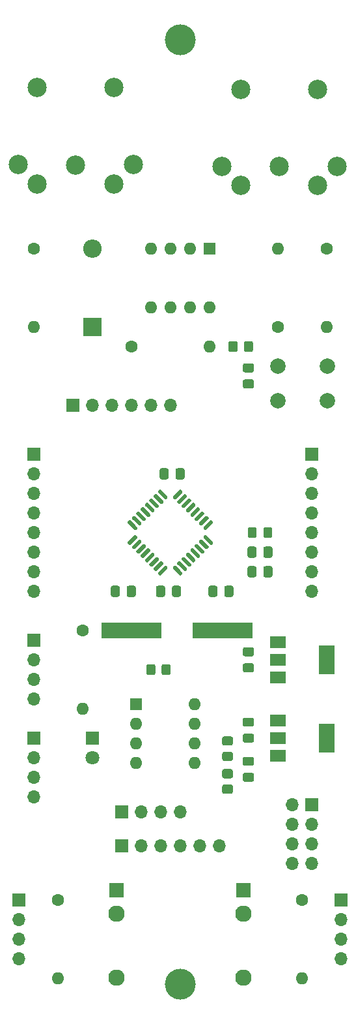
<source format=gbr>
%TF.GenerationSoftware,KiCad,Pcbnew,5.1.8-5.1.8*%
%TF.CreationDate,2020-12-14T22:16:24-06:00*%
%TF.ProjectId,Mini2CV,4d696e69-3243-4562-9e6b-696361645f70,rev?*%
%TF.SameCoordinates,Original*%
%TF.FileFunction,Soldermask,Top*%
%TF.FilePolarity,Negative*%
%FSLAX46Y46*%
G04 Gerber Fmt 4.6, Leading zero omitted, Abs format (unit mm)*
G04 Created by KiCad (PCBNEW 5.1.8-5.1.8) date 2020-12-14 22:16:24*
%MOMM*%
%LPD*%
G01*
G04 APERTURE LIST*
%ADD10C,4.000000*%
%ADD11R,1.800000X1.800000*%
%ADD12C,1.800000*%
%ADD13R,2.400000X2.400000*%
%ADD14O,2.400000X2.400000*%
%ADD15O,1.700000X1.700000*%
%ADD16R,1.700000X1.700000*%
%ADD17C,2.130000*%
%ADD18R,1.930000X1.830000*%
%ADD19C,2.499360*%
%ADD20C,1.600000*%
%ADD21O,1.600000X1.600000*%
%ADD22C,2.000000*%
%ADD23R,2.000000X1.500000*%
%ADD24R,2.000000X3.800000*%
%ADD25R,1.600000X1.600000*%
%ADD26R,7.875000X2.000000*%
G04 APERTURE END LIST*
D10*
%TO.C,REF\u002A\u002A*%
X115600000Y-28800000D03*
%TD*%
%TO.C,REF\u002A\u002A*%
X115600000Y-151300000D03*
%TD*%
%TO.C,C1*%
G36*
G01*
X124935000Y-71940000D02*
X123985000Y-71940000D01*
G75*
G02*
X123735000Y-71690000I0J250000D01*
G01*
X123735000Y-71015000D01*
G75*
G02*
X123985000Y-70765000I250000J0D01*
G01*
X124935000Y-70765000D01*
G75*
G02*
X125185000Y-71015000I0J-250000D01*
G01*
X125185000Y-71690000D01*
G75*
G02*
X124935000Y-71940000I-250000J0D01*
G01*
G37*
G36*
G01*
X124935000Y-74015000D02*
X123985000Y-74015000D01*
G75*
G02*
X123735000Y-73765000I0J250000D01*
G01*
X123735000Y-73090000D01*
G75*
G02*
X123985000Y-72840000I250000J0D01*
G01*
X124935000Y-72840000D01*
G75*
G02*
X125185000Y-73090000I0J-250000D01*
G01*
X125185000Y-73765000D01*
G75*
G02*
X124935000Y-74015000I-250000J0D01*
G01*
G37*
%TD*%
%TO.C,C2*%
G36*
G01*
X109807500Y-99855000D02*
X109807500Y-100805000D01*
G75*
G02*
X109557500Y-101055000I-250000J0D01*
G01*
X108882500Y-101055000D01*
G75*
G02*
X108632500Y-100805000I0J250000D01*
G01*
X108632500Y-99855000D01*
G75*
G02*
X108882500Y-99605000I250000J0D01*
G01*
X109557500Y-99605000D01*
G75*
G02*
X109807500Y-99855000I0J-250000D01*
G01*
G37*
G36*
G01*
X107732500Y-99855000D02*
X107732500Y-100805000D01*
G75*
G02*
X107482500Y-101055000I-250000J0D01*
G01*
X106807500Y-101055000D01*
G75*
G02*
X106557500Y-100805000I0J250000D01*
G01*
X106557500Y-99855000D01*
G75*
G02*
X106807500Y-99605000I250000J0D01*
G01*
X107482500Y-99605000D01*
G75*
G02*
X107732500Y-99855000I0J-250000D01*
G01*
G37*
%TD*%
%TO.C,C3*%
G36*
G01*
X121332500Y-100805000D02*
X121332500Y-99855000D01*
G75*
G02*
X121582500Y-99605000I250000J0D01*
G01*
X122257500Y-99605000D01*
G75*
G02*
X122507500Y-99855000I0J-250000D01*
G01*
X122507500Y-100805000D01*
G75*
G02*
X122257500Y-101055000I-250000J0D01*
G01*
X121582500Y-101055000D01*
G75*
G02*
X121332500Y-100805000I0J250000D01*
G01*
G37*
G36*
G01*
X119257500Y-100805000D02*
X119257500Y-99855000D01*
G75*
G02*
X119507500Y-99605000I250000J0D01*
G01*
X120182500Y-99605000D01*
G75*
G02*
X120432500Y-99855000I0J-250000D01*
G01*
X120432500Y-100805000D01*
G75*
G02*
X120182500Y-101055000I-250000J0D01*
G01*
X119507500Y-101055000D01*
G75*
G02*
X119257500Y-100805000I0J250000D01*
G01*
G37*
%TD*%
%TO.C,C4*%
G36*
G01*
X123985000Y-121797500D02*
X124935000Y-121797500D01*
G75*
G02*
X125185000Y-122047500I0J-250000D01*
G01*
X125185000Y-122722500D01*
G75*
G02*
X124935000Y-122972500I-250000J0D01*
G01*
X123985000Y-122972500D01*
G75*
G02*
X123735000Y-122722500I0J250000D01*
G01*
X123735000Y-122047500D01*
G75*
G02*
X123985000Y-121797500I250000J0D01*
G01*
G37*
G36*
G01*
X123985000Y-123872500D02*
X124935000Y-123872500D01*
G75*
G02*
X125185000Y-124122500I0J-250000D01*
G01*
X125185000Y-124797500D01*
G75*
G02*
X124935000Y-125047500I-250000J0D01*
G01*
X123985000Y-125047500D01*
G75*
G02*
X123735000Y-124797500I0J250000D01*
G01*
X123735000Y-124122500D01*
G75*
G02*
X123985000Y-123872500I250000J0D01*
G01*
G37*
%TD*%
%TO.C,C5*%
G36*
G01*
X124935000Y-117892500D02*
X123985000Y-117892500D01*
G75*
G02*
X123735000Y-117642500I0J250000D01*
G01*
X123735000Y-116967500D01*
G75*
G02*
X123985000Y-116717500I250000J0D01*
G01*
X124935000Y-116717500D01*
G75*
G02*
X125185000Y-116967500I0J-250000D01*
G01*
X125185000Y-117642500D01*
G75*
G02*
X124935000Y-117892500I-250000J0D01*
G01*
G37*
G36*
G01*
X124935000Y-119967500D02*
X123985000Y-119967500D01*
G75*
G02*
X123735000Y-119717500I0J250000D01*
G01*
X123735000Y-119042500D01*
G75*
G02*
X123985000Y-118792500I250000J0D01*
G01*
X124935000Y-118792500D01*
G75*
G02*
X125185000Y-119042500I0J-250000D01*
G01*
X125185000Y-119717500D01*
G75*
G02*
X124935000Y-119967500I-250000J0D01*
G01*
G37*
%TD*%
%TO.C,C6*%
G36*
G01*
X112907500Y-85565000D02*
X112907500Y-84615000D01*
G75*
G02*
X113157500Y-84365000I250000J0D01*
G01*
X113832500Y-84365000D01*
G75*
G02*
X114082500Y-84615000I0J-250000D01*
G01*
X114082500Y-85565000D01*
G75*
G02*
X113832500Y-85815000I-250000J0D01*
G01*
X113157500Y-85815000D01*
G75*
G02*
X112907500Y-85565000I0J250000D01*
G01*
G37*
G36*
G01*
X114982500Y-85565000D02*
X114982500Y-84615000D01*
G75*
G02*
X115232500Y-84365000I250000J0D01*
G01*
X115907500Y-84365000D01*
G75*
G02*
X116157500Y-84615000I0J-250000D01*
G01*
X116157500Y-85565000D01*
G75*
G02*
X115907500Y-85815000I-250000J0D01*
G01*
X115232500Y-85815000D01*
G75*
G02*
X114982500Y-85565000I0J250000D01*
G01*
G37*
%TD*%
%TO.C,C7*%
G36*
G01*
X124935000Y-110845000D02*
X123985000Y-110845000D01*
G75*
G02*
X123735000Y-110595000I0J250000D01*
G01*
X123735000Y-109920000D01*
G75*
G02*
X123985000Y-109670000I250000J0D01*
G01*
X124935000Y-109670000D01*
G75*
G02*
X125185000Y-109920000I0J-250000D01*
G01*
X125185000Y-110595000D01*
G75*
G02*
X124935000Y-110845000I-250000J0D01*
G01*
G37*
G36*
G01*
X124935000Y-108770000D02*
X123985000Y-108770000D01*
G75*
G02*
X123735000Y-108520000I0J250000D01*
G01*
X123735000Y-107845000D01*
G75*
G02*
X123985000Y-107595000I250000J0D01*
G01*
X124935000Y-107595000D01*
G75*
G02*
X125185000Y-107845000I0J-250000D01*
G01*
X125185000Y-108520000D01*
G75*
G02*
X124935000Y-108770000I-250000J0D01*
G01*
G37*
%TD*%
%TO.C,C8*%
G36*
G01*
X113617500Y-99855000D02*
X113617500Y-100805000D01*
G75*
G02*
X113367500Y-101055000I-250000J0D01*
G01*
X112692500Y-101055000D01*
G75*
G02*
X112442500Y-100805000I0J250000D01*
G01*
X112442500Y-99855000D01*
G75*
G02*
X112692500Y-99605000I250000J0D01*
G01*
X113367500Y-99605000D01*
G75*
G02*
X113617500Y-99855000I0J-250000D01*
G01*
G37*
G36*
G01*
X115692500Y-99855000D02*
X115692500Y-100805000D01*
G75*
G02*
X115442500Y-101055000I-250000J0D01*
G01*
X114767500Y-101055000D01*
G75*
G02*
X114517500Y-100805000I0J250000D01*
G01*
X114517500Y-99855000D01*
G75*
G02*
X114767500Y-99605000I250000J0D01*
G01*
X115442500Y-99605000D01*
G75*
G02*
X115692500Y-99855000I0J-250000D01*
G01*
G37*
%TD*%
%TO.C,C9*%
G36*
G01*
X124337500Y-98265000D02*
X124337500Y-97315000D01*
G75*
G02*
X124587500Y-97065000I250000J0D01*
G01*
X125262500Y-97065000D01*
G75*
G02*
X125512500Y-97315000I0J-250000D01*
G01*
X125512500Y-98265000D01*
G75*
G02*
X125262500Y-98515000I-250000J0D01*
G01*
X124587500Y-98515000D01*
G75*
G02*
X124337500Y-98265000I0J250000D01*
G01*
G37*
G36*
G01*
X126412500Y-98265000D02*
X126412500Y-97315000D01*
G75*
G02*
X126662500Y-97065000I250000J0D01*
G01*
X127337500Y-97065000D01*
G75*
G02*
X127587500Y-97315000I0J-250000D01*
G01*
X127587500Y-98265000D01*
G75*
G02*
X127337500Y-98515000I-250000J0D01*
G01*
X126662500Y-98515000D01*
G75*
G02*
X126412500Y-98265000I0J250000D01*
G01*
G37*
%TD*%
%TO.C,C10*%
G36*
G01*
X126412500Y-95725000D02*
X126412500Y-94775000D01*
G75*
G02*
X126662500Y-94525000I250000J0D01*
G01*
X127337500Y-94525000D01*
G75*
G02*
X127587500Y-94775000I0J-250000D01*
G01*
X127587500Y-95725000D01*
G75*
G02*
X127337500Y-95975000I-250000J0D01*
G01*
X126662500Y-95975000D01*
G75*
G02*
X126412500Y-95725000I0J250000D01*
G01*
G37*
G36*
G01*
X124337500Y-95725000D02*
X124337500Y-94775000D01*
G75*
G02*
X124587500Y-94525000I250000J0D01*
G01*
X125262500Y-94525000D01*
G75*
G02*
X125512500Y-94775000I0J-250000D01*
G01*
X125512500Y-95725000D01*
G75*
G02*
X125262500Y-95975000I-250000J0D01*
G01*
X124587500Y-95975000D01*
G75*
G02*
X124337500Y-95725000I0J250000D01*
G01*
G37*
%TD*%
D11*
%TO.C,D1*%
X104140000Y-119380000D03*
D12*
X104140000Y-121920000D03*
%TD*%
D13*
%TO.C,D2*%
X104140000Y-66040000D03*
D14*
X104140000Y-55880000D03*
%TD*%
%TO.C,FB1*%
G36*
G01*
X124375000Y-93160001D02*
X124375000Y-92259999D01*
G75*
G02*
X124624999Y-92010000I249999J0D01*
G01*
X125275001Y-92010000D01*
G75*
G02*
X125525000Y-92259999I0J-249999D01*
G01*
X125525000Y-93160001D01*
G75*
G02*
X125275001Y-93410000I-249999J0D01*
G01*
X124624999Y-93410000D01*
G75*
G02*
X124375000Y-93160001I0J249999D01*
G01*
G37*
G36*
G01*
X126425000Y-93160001D02*
X126425000Y-92259999D01*
G75*
G02*
X126674999Y-92010000I249999J0D01*
G01*
X127325001Y-92010000D01*
G75*
G02*
X127575000Y-92259999I0J-249999D01*
G01*
X127575000Y-93160001D01*
G75*
G02*
X127325001Y-93410000I-249999J0D01*
G01*
X126674999Y-93410000D01*
G75*
G02*
X126425000Y-93160001I0J249999D01*
G01*
G37*
%TD*%
D15*
%TO.C,J1*%
X120650000Y-133350000D03*
X118110000Y-133350000D03*
X115570000Y-133350000D03*
X113030000Y-133350000D03*
X110490000Y-133350000D03*
D16*
X107950000Y-133350000D03*
%TD*%
%TO.C,J3*%
X96520000Y-106680000D03*
D15*
X96520000Y-109220000D03*
X96520000Y-111760000D03*
X96520000Y-114300000D03*
%TD*%
%TO.C,J4*%
X96520000Y-127000000D03*
X96520000Y-124460000D03*
X96520000Y-121920000D03*
D16*
X96520000Y-119380000D03*
%TD*%
%TO.C,J5*%
X96520000Y-82550000D03*
D15*
X96520000Y-85090000D03*
X96520000Y-87630000D03*
X96520000Y-90170000D03*
X96520000Y-92710000D03*
X96520000Y-95250000D03*
X96520000Y-97790000D03*
X96520000Y-100330000D03*
%TD*%
%TO.C,J6*%
X132715000Y-100330000D03*
X132715000Y-97790000D03*
X132715000Y-95250000D03*
X132715000Y-92710000D03*
X132715000Y-90170000D03*
X132715000Y-87630000D03*
X132715000Y-85090000D03*
D16*
X132715000Y-82550000D03*
%TD*%
%TO.C,J7*%
X101600000Y-76200000D03*
D15*
X104140000Y-76200000D03*
X106680000Y-76200000D03*
X109220000Y-76200000D03*
X111760000Y-76200000D03*
X114300000Y-76200000D03*
%TD*%
D16*
%TO.C,J8*%
X107950000Y-128905000D03*
D15*
X110490000Y-128905000D03*
X113030000Y-128905000D03*
X115570000Y-128905000D03*
%TD*%
D17*
%TO.C,J9*%
X123825000Y-150465000D03*
D18*
X123825000Y-139065000D03*
D17*
X123825000Y-142165000D03*
%TD*%
D15*
%TO.C,J10*%
X136525000Y-147955000D03*
X136525000Y-145415000D03*
X136525000Y-142875000D03*
D16*
X136525000Y-140335000D03*
%TD*%
D19*
%TO.C,J11*%
X107001260Y-35002300D03*
X96998740Y-35002300D03*
X106996180Y-47499100D03*
X94501920Y-44997200D03*
X102000000Y-44999740D03*
X97003820Y-47499100D03*
X109498080Y-44997200D03*
%TD*%
D17*
%TO.C,J12*%
X107315000Y-142165000D03*
D18*
X107315000Y-139065000D03*
D17*
X107315000Y-150465000D03*
%TD*%
D16*
%TO.C,J13*%
X94615000Y-140335000D03*
D15*
X94615000Y-142875000D03*
X94615000Y-145415000D03*
X94615000Y-147955000D03*
%TD*%
D19*
%TO.C,J14*%
X135998080Y-45197200D03*
X123503820Y-47699100D03*
X128500000Y-45199740D03*
X121001920Y-45197200D03*
X133496180Y-47699100D03*
X123498740Y-35202300D03*
X133501260Y-35202300D03*
%TD*%
D16*
%TO.C,J15*%
X132715000Y-128000000D03*
D15*
X130175000Y-128000000D03*
X132715000Y-130540000D03*
X130175000Y-130540000D03*
X132715000Y-133080000D03*
X130175000Y-133080000D03*
X132715000Y-135620000D03*
X130175000Y-135620000D03*
%TD*%
D20*
%TO.C,R1*%
X102870000Y-105410000D03*
D21*
X102870000Y-115570000D03*
%TD*%
D20*
%TO.C,R2*%
X131445000Y-140335000D03*
D21*
X131445000Y-150495000D03*
%TD*%
%TO.C,R3*%
G36*
G01*
X114360000Y-110039999D02*
X114360000Y-110940001D01*
G75*
G02*
X114110001Y-111190000I-249999J0D01*
G01*
X113409999Y-111190000D01*
G75*
G02*
X113160000Y-110940001I0J249999D01*
G01*
X113160000Y-110039999D01*
G75*
G02*
X113409999Y-109790000I249999J0D01*
G01*
X114110001Y-109790000D01*
G75*
G02*
X114360000Y-110039999I0J-249999D01*
G01*
G37*
G36*
G01*
X112360000Y-110039999D02*
X112360000Y-110940001D01*
G75*
G02*
X112110001Y-111190000I-249999J0D01*
G01*
X111409999Y-111190000D01*
G75*
G02*
X111160000Y-110940001I0J249999D01*
G01*
X111160000Y-110039999D01*
G75*
G02*
X111409999Y-109790000I249999J0D01*
G01*
X112110001Y-109790000D01*
G75*
G02*
X112360000Y-110039999I0J-249999D01*
G01*
G37*
%TD*%
%TO.C,R4*%
X96520000Y-66040000D03*
D20*
X96520000Y-55880000D03*
%TD*%
%TO.C,R5*%
G36*
G01*
X122200001Y-124600000D02*
X121299999Y-124600000D01*
G75*
G02*
X121050000Y-124350001I0J249999D01*
G01*
X121050000Y-123649999D01*
G75*
G02*
X121299999Y-123400000I249999J0D01*
G01*
X122200001Y-123400000D01*
G75*
G02*
X122450000Y-123649999I0J-249999D01*
G01*
X122450000Y-124350001D01*
G75*
G02*
X122200001Y-124600000I-249999J0D01*
G01*
G37*
G36*
G01*
X122200001Y-126600000D02*
X121299999Y-126600000D01*
G75*
G02*
X121050000Y-126350001I0J249999D01*
G01*
X121050000Y-125649999D01*
G75*
G02*
X121299999Y-125400000I249999J0D01*
G01*
X122200001Y-125400000D01*
G75*
G02*
X122450000Y-125649999I0J-249999D01*
G01*
X122450000Y-126350001D01*
G75*
G02*
X122200001Y-126600000I-249999J0D01*
G01*
G37*
%TD*%
%TO.C,R6*%
G36*
G01*
X122200001Y-122350000D02*
X121299999Y-122350000D01*
G75*
G02*
X121050000Y-122100001I0J249999D01*
G01*
X121050000Y-121399999D01*
G75*
G02*
X121299999Y-121150000I249999J0D01*
G01*
X122200001Y-121150000D01*
G75*
G02*
X122450000Y-121399999I0J-249999D01*
G01*
X122450000Y-122100001D01*
G75*
G02*
X122200001Y-122350000I-249999J0D01*
G01*
G37*
G36*
G01*
X122200001Y-120350000D02*
X121299999Y-120350000D01*
G75*
G02*
X121050000Y-120100001I0J249999D01*
G01*
X121050000Y-119399999D01*
G75*
G02*
X121299999Y-119150000I249999J0D01*
G01*
X122200001Y-119150000D01*
G75*
G02*
X122450000Y-119399999I0J-249999D01*
G01*
X122450000Y-120100001D01*
G75*
G02*
X122200001Y-120350000I-249999J0D01*
G01*
G37*
%TD*%
D21*
%TO.C,R7*%
X99695000Y-150495000D03*
D20*
X99695000Y-140335000D03*
%TD*%
D21*
%TO.C,R8*%
X119380000Y-68580000D03*
D20*
X109220000Y-68580000D03*
%TD*%
%TO.C,R9*%
G36*
G01*
X123860000Y-69030001D02*
X123860000Y-68129999D01*
G75*
G02*
X124109999Y-67880000I249999J0D01*
G01*
X124810001Y-67880000D01*
G75*
G02*
X125060000Y-68129999I0J-249999D01*
G01*
X125060000Y-69030001D01*
G75*
G02*
X124810001Y-69280000I-249999J0D01*
G01*
X124109999Y-69280000D01*
G75*
G02*
X123860000Y-69030001I0J249999D01*
G01*
G37*
G36*
G01*
X121860000Y-69030001D02*
X121860000Y-68129999D01*
G75*
G02*
X122109999Y-67880000I249999J0D01*
G01*
X122810001Y-67880000D01*
G75*
G02*
X123060000Y-68129999I0J-249999D01*
G01*
X123060000Y-69030001D01*
G75*
G02*
X122810001Y-69280000I-249999J0D01*
G01*
X122109999Y-69280000D01*
G75*
G02*
X121860000Y-69030001I0J249999D01*
G01*
G37*
%TD*%
%TO.C,R10*%
X128270000Y-66040000D03*
D21*
X128270000Y-55880000D03*
%TD*%
D20*
%TO.C,R11*%
X134620000Y-55880000D03*
D21*
X134620000Y-66040000D03*
%TD*%
D22*
%TO.C,SW1*%
X128270000Y-75620000D03*
X128270000Y-71120000D03*
X134770000Y-75620000D03*
X134770000Y-71120000D03*
%TD*%
D23*
%TO.C,U1*%
X128320000Y-117080000D03*
X128320000Y-121680000D03*
X128320000Y-119380000D03*
D24*
X134620000Y-119380000D03*
%TD*%
%TO.C,U2*%
G36*
G01*
X115890990Y-98084011D02*
X115714213Y-98260788D01*
G75*
G02*
X115537437Y-98260788I-88388J88388D01*
G01*
X114653554Y-97376905D01*
G75*
G02*
X114653554Y-97200129I88388J88388D01*
G01*
X114830331Y-97023352D01*
G75*
G02*
X115007107Y-97023352I88388J-88388D01*
G01*
X115890990Y-97907235D01*
G75*
G02*
X115890990Y-98084011I-88388J-88388D01*
G01*
G37*
G36*
G01*
X116456675Y-97518325D02*
X116279898Y-97695102D01*
G75*
G02*
X116103122Y-97695102I-88388J88388D01*
G01*
X115219239Y-96811219D01*
G75*
G02*
X115219239Y-96634443I88388J88388D01*
G01*
X115396016Y-96457666D01*
G75*
G02*
X115572792Y-96457666I88388J-88388D01*
G01*
X116456675Y-97341549D01*
G75*
G02*
X116456675Y-97518325I-88388J-88388D01*
G01*
G37*
G36*
G01*
X117022361Y-96952640D02*
X116845584Y-97129417D01*
G75*
G02*
X116668808Y-97129417I-88388J88388D01*
G01*
X115784925Y-96245534D01*
G75*
G02*
X115784925Y-96068758I88388J88388D01*
G01*
X115961702Y-95891981D01*
G75*
G02*
X116138478Y-95891981I88388J-88388D01*
G01*
X117022361Y-96775864D01*
G75*
G02*
X117022361Y-96952640I-88388J-88388D01*
G01*
G37*
G36*
G01*
X117588046Y-96386955D02*
X117411269Y-96563732D01*
G75*
G02*
X117234493Y-96563732I-88388J88388D01*
G01*
X116350610Y-95679849D01*
G75*
G02*
X116350610Y-95503073I88388J88388D01*
G01*
X116527387Y-95326296D01*
G75*
G02*
X116704163Y-95326296I88388J-88388D01*
G01*
X117588046Y-96210179D01*
G75*
G02*
X117588046Y-96386955I-88388J-88388D01*
G01*
G37*
G36*
G01*
X118153732Y-95821269D02*
X117976955Y-95998046D01*
G75*
G02*
X117800179Y-95998046I-88388J88388D01*
G01*
X116916296Y-95114163D01*
G75*
G02*
X116916296Y-94937387I88388J88388D01*
G01*
X117093073Y-94760610D01*
G75*
G02*
X117269849Y-94760610I88388J-88388D01*
G01*
X118153732Y-95644493D01*
G75*
G02*
X118153732Y-95821269I-88388J-88388D01*
G01*
G37*
G36*
G01*
X118719417Y-95255584D02*
X118542640Y-95432361D01*
G75*
G02*
X118365864Y-95432361I-88388J88388D01*
G01*
X117481981Y-94548478D01*
G75*
G02*
X117481981Y-94371702I88388J88388D01*
G01*
X117658758Y-94194925D01*
G75*
G02*
X117835534Y-94194925I88388J-88388D01*
G01*
X118719417Y-95078808D01*
G75*
G02*
X118719417Y-95255584I-88388J-88388D01*
G01*
G37*
G36*
G01*
X119285102Y-94689898D02*
X119108325Y-94866675D01*
G75*
G02*
X118931549Y-94866675I-88388J88388D01*
G01*
X118047666Y-93982792D01*
G75*
G02*
X118047666Y-93806016I88388J88388D01*
G01*
X118224443Y-93629239D01*
G75*
G02*
X118401219Y-93629239I88388J-88388D01*
G01*
X119285102Y-94513122D01*
G75*
G02*
X119285102Y-94689898I-88388J-88388D01*
G01*
G37*
G36*
G01*
X119850788Y-94124213D02*
X119674011Y-94300990D01*
G75*
G02*
X119497235Y-94300990I-88388J88388D01*
G01*
X118613352Y-93417107D01*
G75*
G02*
X118613352Y-93240331I88388J88388D01*
G01*
X118790129Y-93063554D01*
G75*
G02*
X118966905Y-93063554I88388J-88388D01*
G01*
X119850788Y-93947437D01*
G75*
G02*
X119850788Y-94124213I-88388J-88388D01*
G01*
G37*
G36*
G01*
X119850788Y-91472563D02*
X118966905Y-92356446D01*
G75*
G02*
X118790129Y-92356446I-88388J88388D01*
G01*
X118613352Y-92179669D01*
G75*
G02*
X118613352Y-92002893I88388J88388D01*
G01*
X119497235Y-91119010D01*
G75*
G02*
X119674011Y-91119010I88388J-88388D01*
G01*
X119850788Y-91295787D01*
G75*
G02*
X119850788Y-91472563I-88388J-88388D01*
G01*
G37*
G36*
G01*
X119285102Y-90906878D02*
X118401219Y-91790761D01*
G75*
G02*
X118224443Y-91790761I-88388J88388D01*
G01*
X118047666Y-91613984D01*
G75*
G02*
X118047666Y-91437208I88388J88388D01*
G01*
X118931549Y-90553325D01*
G75*
G02*
X119108325Y-90553325I88388J-88388D01*
G01*
X119285102Y-90730102D01*
G75*
G02*
X119285102Y-90906878I-88388J-88388D01*
G01*
G37*
G36*
G01*
X118719417Y-90341192D02*
X117835534Y-91225075D01*
G75*
G02*
X117658758Y-91225075I-88388J88388D01*
G01*
X117481981Y-91048298D01*
G75*
G02*
X117481981Y-90871522I88388J88388D01*
G01*
X118365864Y-89987639D01*
G75*
G02*
X118542640Y-89987639I88388J-88388D01*
G01*
X118719417Y-90164416D01*
G75*
G02*
X118719417Y-90341192I-88388J-88388D01*
G01*
G37*
G36*
G01*
X118153732Y-89775507D02*
X117269849Y-90659390D01*
G75*
G02*
X117093073Y-90659390I-88388J88388D01*
G01*
X116916296Y-90482613D01*
G75*
G02*
X116916296Y-90305837I88388J88388D01*
G01*
X117800179Y-89421954D01*
G75*
G02*
X117976955Y-89421954I88388J-88388D01*
G01*
X118153732Y-89598731D01*
G75*
G02*
X118153732Y-89775507I-88388J-88388D01*
G01*
G37*
G36*
G01*
X117588046Y-89209821D02*
X116704163Y-90093704D01*
G75*
G02*
X116527387Y-90093704I-88388J88388D01*
G01*
X116350610Y-89916927D01*
G75*
G02*
X116350610Y-89740151I88388J88388D01*
G01*
X117234493Y-88856268D01*
G75*
G02*
X117411269Y-88856268I88388J-88388D01*
G01*
X117588046Y-89033045D01*
G75*
G02*
X117588046Y-89209821I-88388J-88388D01*
G01*
G37*
G36*
G01*
X117022361Y-88644136D02*
X116138478Y-89528019D01*
G75*
G02*
X115961702Y-89528019I-88388J88388D01*
G01*
X115784925Y-89351242D01*
G75*
G02*
X115784925Y-89174466I88388J88388D01*
G01*
X116668808Y-88290583D01*
G75*
G02*
X116845584Y-88290583I88388J-88388D01*
G01*
X117022361Y-88467360D01*
G75*
G02*
X117022361Y-88644136I-88388J-88388D01*
G01*
G37*
G36*
G01*
X116456675Y-88078451D02*
X115572792Y-88962334D01*
G75*
G02*
X115396016Y-88962334I-88388J88388D01*
G01*
X115219239Y-88785557D01*
G75*
G02*
X115219239Y-88608781I88388J88388D01*
G01*
X116103122Y-87724898D01*
G75*
G02*
X116279898Y-87724898I88388J-88388D01*
G01*
X116456675Y-87901675D01*
G75*
G02*
X116456675Y-88078451I-88388J-88388D01*
G01*
G37*
G36*
G01*
X115890990Y-87512765D02*
X115007107Y-88396648D01*
G75*
G02*
X114830331Y-88396648I-88388J88388D01*
G01*
X114653554Y-88219871D01*
G75*
G02*
X114653554Y-88043095I88388J88388D01*
G01*
X115537437Y-87159212D01*
G75*
G02*
X115714213Y-87159212I88388J-88388D01*
G01*
X115890990Y-87335989D01*
G75*
G02*
X115890990Y-87512765I-88388J-88388D01*
G01*
G37*
G36*
G01*
X113946446Y-88219871D02*
X113769669Y-88396648D01*
G75*
G02*
X113592893Y-88396648I-88388J88388D01*
G01*
X112709010Y-87512765D01*
G75*
G02*
X112709010Y-87335989I88388J88388D01*
G01*
X112885787Y-87159212D01*
G75*
G02*
X113062563Y-87159212I88388J-88388D01*
G01*
X113946446Y-88043095D01*
G75*
G02*
X113946446Y-88219871I-88388J-88388D01*
G01*
G37*
G36*
G01*
X113380761Y-88785557D02*
X113203984Y-88962334D01*
G75*
G02*
X113027208Y-88962334I-88388J88388D01*
G01*
X112143325Y-88078451D01*
G75*
G02*
X112143325Y-87901675I88388J88388D01*
G01*
X112320102Y-87724898D01*
G75*
G02*
X112496878Y-87724898I88388J-88388D01*
G01*
X113380761Y-88608781D01*
G75*
G02*
X113380761Y-88785557I-88388J-88388D01*
G01*
G37*
G36*
G01*
X112815075Y-89351242D02*
X112638298Y-89528019D01*
G75*
G02*
X112461522Y-89528019I-88388J88388D01*
G01*
X111577639Y-88644136D01*
G75*
G02*
X111577639Y-88467360I88388J88388D01*
G01*
X111754416Y-88290583D01*
G75*
G02*
X111931192Y-88290583I88388J-88388D01*
G01*
X112815075Y-89174466D01*
G75*
G02*
X112815075Y-89351242I-88388J-88388D01*
G01*
G37*
G36*
G01*
X112249390Y-89916927D02*
X112072613Y-90093704D01*
G75*
G02*
X111895837Y-90093704I-88388J88388D01*
G01*
X111011954Y-89209821D01*
G75*
G02*
X111011954Y-89033045I88388J88388D01*
G01*
X111188731Y-88856268D01*
G75*
G02*
X111365507Y-88856268I88388J-88388D01*
G01*
X112249390Y-89740151D01*
G75*
G02*
X112249390Y-89916927I-88388J-88388D01*
G01*
G37*
G36*
G01*
X111683704Y-90482613D02*
X111506927Y-90659390D01*
G75*
G02*
X111330151Y-90659390I-88388J88388D01*
G01*
X110446268Y-89775507D01*
G75*
G02*
X110446268Y-89598731I88388J88388D01*
G01*
X110623045Y-89421954D01*
G75*
G02*
X110799821Y-89421954I88388J-88388D01*
G01*
X111683704Y-90305837D01*
G75*
G02*
X111683704Y-90482613I-88388J-88388D01*
G01*
G37*
G36*
G01*
X111118019Y-91048298D02*
X110941242Y-91225075D01*
G75*
G02*
X110764466Y-91225075I-88388J88388D01*
G01*
X109880583Y-90341192D01*
G75*
G02*
X109880583Y-90164416I88388J88388D01*
G01*
X110057360Y-89987639D01*
G75*
G02*
X110234136Y-89987639I88388J-88388D01*
G01*
X111118019Y-90871522D01*
G75*
G02*
X111118019Y-91048298I-88388J-88388D01*
G01*
G37*
G36*
G01*
X110552334Y-91613984D02*
X110375557Y-91790761D01*
G75*
G02*
X110198781Y-91790761I-88388J88388D01*
G01*
X109314898Y-90906878D01*
G75*
G02*
X109314898Y-90730102I88388J88388D01*
G01*
X109491675Y-90553325D01*
G75*
G02*
X109668451Y-90553325I88388J-88388D01*
G01*
X110552334Y-91437208D01*
G75*
G02*
X110552334Y-91613984I-88388J-88388D01*
G01*
G37*
G36*
G01*
X109986648Y-92179669D02*
X109809871Y-92356446D01*
G75*
G02*
X109633095Y-92356446I-88388J88388D01*
G01*
X108749212Y-91472563D01*
G75*
G02*
X108749212Y-91295787I88388J88388D01*
G01*
X108925989Y-91119010D01*
G75*
G02*
X109102765Y-91119010I88388J-88388D01*
G01*
X109986648Y-92002893D01*
G75*
G02*
X109986648Y-92179669I-88388J-88388D01*
G01*
G37*
G36*
G01*
X109986648Y-93417107D02*
X109102765Y-94300990D01*
G75*
G02*
X108925989Y-94300990I-88388J88388D01*
G01*
X108749212Y-94124213D01*
G75*
G02*
X108749212Y-93947437I88388J88388D01*
G01*
X109633095Y-93063554D01*
G75*
G02*
X109809871Y-93063554I88388J-88388D01*
G01*
X109986648Y-93240331D01*
G75*
G02*
X109986648Y-93417107I-88388J-88388D01*
G01*
G37*
G36*
G01*
X110552334Y-93982792D02*
X109668451Y-94866675D01*
G75*
G02*
X109491675Y-94866675I-88388J88388D01*
G01*
X109314898Y-94689898D01*
G75*
G02*
X109314898Y-94513122I88388J88388D01*
G01*
X110198781Y-93629239D01*
G75*
G02*
X110375557Y-93629239I88388J-88388D01*
G01*
X110552334Y-93806016D01*
G75*
G02*
X110552334Y-93982792I-88388J-88388D01*
G01*
G37*
G36*
G01*
X111118019Y-94548478D02*
X110234136Y-95432361D01*
G75*
G02*
X110057360Y-95432361I-88388J88388D01*
G01*
X109880583Y-95255584D01*
G75*
G02*
X109880583Y-95078808I88388J88388D01*
G01*
X110764466Y-94194925D01*
G75*
G02*
X110941242Y-94194925I88388J-88388D01*
G01*
X111118019Y-94371702D01*
G75*
G02*
X111118019Y-94548478I-88388J-88388D01*
G01*
G37*
G36*
G01*
X111683704Y-95114163D02*
X110799821Y-95998046D01*
G75*
G02*
X110623045Y-95998046I-88388J88388D01*
G01*
X110446268Y-95821269D01*
G75*
G02*
X110446268Y-95644493I88388J88388D01*
G01*
X111330151Y-94760610D01*
G75*
G02*
X111506927Y-94760610I88388J-88388D01*
G01*
X111683704Y-94937387D01*
G75*
G02*
X111683704Y-95114163I-88388J-88388D01*
G01*
G37*
G36*
G01*
X112249390Y-95679849D02*
X111365507Y-96563732D01*
G75*
G02*
X111188731Y-96563732I-88388J88388D01*
G01*
X111011954Y-96386955D01*
G75*
G02*
X111011954Y-96210179I88388J88388D01*
G01*
X111895837Y-95326296D01*
G75*
G02*
X112072613Y-95326296I88388J-88388D01*
G01*
X112249390Y-95503073D01*
G75*
G02*
X112249390Y-95679849I-88388J-88388D01*
G01*
G37*
G36*
G01*
X112815075Y-96245534D02*
X111931192Y-97129417D01*
G75*
G02*
X111754416Y-97129417I-88388J88388D01*
G01*
X111577639Y-96952640D01*
G75*
G02*
X111577639Y-96775864I88388J88388D01*
G01*
X112461522Y-95891981D01*
G75*
G02*
X112638298Y-95891981I88388J-88388D01*
G01*
X112815075Y-96068758D01*
G75*
G02*
X112815075Y-96245534I-88388J-88388D01*
G01*
G37*
G36*
G01*
X113380761Y-96811219D02*
X112496878Y-97695102D01*
G75*
G02*
X112320102Y-97695102I-88388J88388D01*
G01*
X112143325Y-97518325D01*
G75*
G02*
X112143325Y-97341549I88388J88388D01*
G01*
X113027208Y-96457666D01*
G75*
G02*
X113203984Y-96457666I88388J-88388D01*
G01*
X113380761Y-96634443D01*
G75*
G02*
X113380761Y-96811219I-88388J-88388D01*
G01*
G37*
G36*
G01*
X113946446Y-97376905D02*
X113062563Y-98260788D01*
G75*
G02*
X112885787Y-98260788I-88388J88388D01*
G01*
X112709010Y-98084011D01*
G75*
G02*
X112709010Y-97907235I88388J88388D01*
G01*
X113592893Y-97023352D01*
G75*
G02*
X113769669Y-97023352I88388J-88388D01*
G01*
X113946446Y-97200129D01*
G75*
G02*
X113946446Y-97376905I-88388J-88388D01*
G01*
G37*
%TD*%
%TO.C,U3*%
X134620000Y-109220000D03*
D23*
X128320000Y-109220000D03*
X128320000Y-111520000D03*
X128320000Y-106920000D03*
%TD*%
D21*
%TO.C,U4*%
X117475000Y-114935000D03*
X109855000Y-122555000D03*
X117475000Y-117475000D03*
X109855000Y-120015000D03*
X117475000Y-120015000D03*
X109855000Y-117475000D03*
X117475000Y-122555000D03*
D25*
X109855000Y-114935000D03*
%TD*%
%TO.C,U5*%
X119380000Y-55880000D03*
D21*
X111760000Y-63500000D03*
X116840000Y-55880000D03*
X114300000Y-63500000D03*
X114300000Y-55880000D03*
X116840000Y-63500000D03*
X111760000Y-55880000D03*
X119380000Y-63500000D03*
%TD*%
D26*
%TO.C,Y1*%
X109220000Y-105410000D03*
X121095000Y-105410000D03*
%TD*%
M02*

</source>
